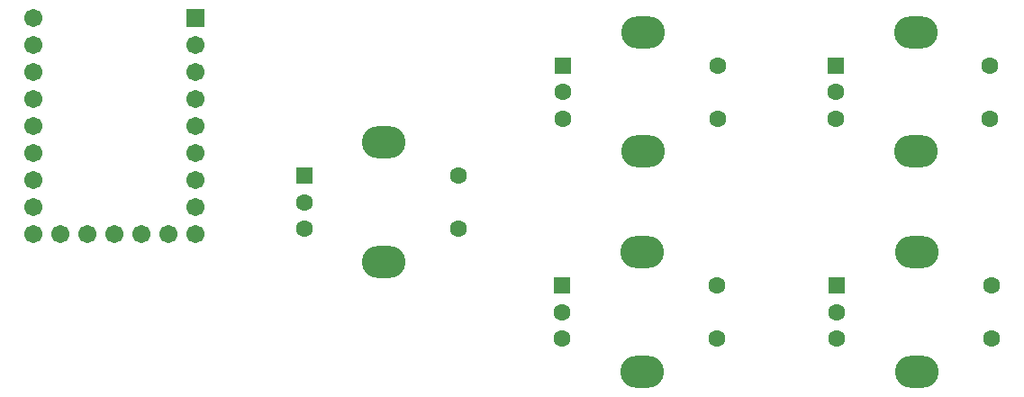
<source format=gbr>
%TF.GenerationSoftware,KiCad,Pcbnew,9.0.6*%
%TF.CreationDate,2026-02-15T17:48:03-07:00*%
%TF.ProjectId,SoundRat,536f756e-6452-4617-942e-6b696361645f,rev?*%
%TF.SameCoordinates,Original*%
%TF.FileFunction,Soldermask,Bot*%
%TF.FilePolarity,Negative*%
%FSLAX46Y46*%
G04 Gerber Fmt 4.6, Leading zero omitted, Abs format (unit mm)*
G04 Created by KiCad (PCBNEW 9.0.6) date 2026-02-15 17:48:03*
%MOMM*%
%LPD*%
G01*
G04 APERTURE LIST*
G04 Aperture macros list*
%AMRoundRect*
0 Rectangle with rounded corners*
0 $1 Rounding radius*
0 $2 $3 $4 $5 $6 $7 $8 $9 X,Y pos of 4 corners*
0 Add a 4 corners polygon primitive as box body*
4,1,4,$2,$3,$4,$5,$6,$7,$8,$9,$2,$3,0*
0 Add four circle primitives for the rounded corners*
1,1,$1+$1,$2,$3*
1,1,$1+$1,$4,$5*
1,1,$1+$1,$6,$7*
1,1,$1+$1,$8,$9*
0 Add four rect primitives between the rounded corners*
20,1,$1+$1,$2,$3,$4,$5,0*
20,1,$1+$1,$4,$5,$6,$7,0*
20,1,$1+$1,$6,$7,$8,$9,0*
20,1,$1+$1,$8,$9,$2,$3,0*%
G04 Aperture macros list end*
%ADD10RoundRect,0.102000X-0.754000X-0.754000X0.754000X-0.754000X0.754000X0.754000X-0.754000X0.754000X0*%
%ADD11C,1.712000*%
%ADD12RoundRect,0.250000X-0.550000X-0.550000X0.550000X-0.550000X0.550000X0.550000X-0.550000X0.550000X0*%
%ADD13C,1.600000*%
%ADD14O,4.100000X3.000000*%
G04 APERTURE END LIST*
D10*
%TO.C,U1*%
X117750000Y-93925000D03*
D11*
X117750000Y-96465000D03*
X117750000Y-99005000D03*
X117750000Y-101545000D03*
X117750000Y-104085000D03*
X117750000Y-106625000D03*
X117750000Y-109165000D03*
X117750000Y-111705000D03*
X117750000Y-114245000D03*
X115210000Y-114245000D03*
X112670000Y-114245000D03*
X110130000Y-114245000D03*
X107590000Y-114245000D03*
X105050000Y-114245000D03*
X102510000Y-114245000D03*
X102510000Y-111705000D03*
X102510000Y-109165000D03*
X102510000Y-106625000D03*
X102510000Y-104085000D03*
X102510000Y-101545000D03*
X102510000Y-99005000D03*
X102510000Y-96465000D03*
X102510000Y-93925000D03*
%TD*%
D12*
%TO.C,SW1*%
X127950000Y-108718750D03*
D13*
X127950000Y-113718750D03*
X127950000Y-111218750D03*
X142450000Y-108718750D03*
X142450000Y-113718750D03*
D14*
X135450000Y-105618750D03*
X135450000Y-116818750D03*
%TD*%
D12*
%TO.C,SW5*%
X178050000Y-119050000D03*
D13*
X178050000Y-124050000D03*
X178050000Y-121550000D03*
X192550000Y-119050000D03*
X192550000Y-124050000D03*
D14*
X185550000Y-115950000D03*
X185550000Y-127150000D03*
%TD*%
D12*
%TO.C,SW3*%
X177950000Y-98362500D03*
D13*
X177950000Y-103362500D03*
X177950000Y-100862500D03*
X192450000Y-98362500D03*
X192450000Y-103362500D03*
D14*
X185450000Y-95262500D03*
X185450000Y-106462500D03*
%TD*%
D12*
%TO.C,SW4*%
X152225000Y-119050000D03*
D13*
X152225000Y-124050000D03*
X152225000Y-121550000D03*
X166725000Y-119050000D03*
X166725000Y-124050000D03*
D14*
X159725000Y-115950000D03*
X159725000Y-127150000D03*
%TD*%
D12*
%TO.C,SW2*%
X152300000Y-98362500D03*
D13*
X152300000Y-103362500D03*
X152300000Y-100862500D03*
X166800000Y-98362500D03*
X166800000Y-103362500D03*
D14*
X159800000Y-95262500D03*
X159800000Y-106462500D03*
%TD*%
M02*

</source>
